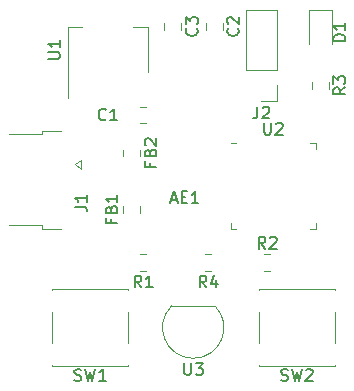
<source format=gbr>
G04 #@! TF.GenerationSoftware,KiCad,Pcbnew,(5.1.5)-3*
G04 #@! TF.CreationDate,2020-02-17T19:47:56+00:00*
G04 #@! TF.ProjectId,Pico-Telemetry,5069636f-2d54-4656-9c65-6d657472792e,rev?*
G04 #@! TF.SameCoordinates,Original*
G04 #@! TF.FileFunction,Legend,Top*
G04 #@! TF.FilePolarity,Positive*
%FSLAX46Y46*%
G04 Gerber Fmt 4.6, Leading zero omitted, Abs format (unit mm)*
G04 Created by KiCad (PCBNEW (5.1.5)-3) date 2020-02-17 19:47:56*
%MOMM*%
%LPD*%
G04 APERTURE LIST*
%ADD10C,0.120000*%
%ADD11C,0.150000*%
G04 APERTURE END LIST*
D10*
X175910000Y-81590000D02*
X174650000Y-81590000D01*
X169090000Y-81590000D02*
X170350000Y-81590000D01*
X175910000Y-85350000D02*
X175910000Y-81590000D01*
X169090000Y-87600000D02*
X169090000Y-81590000D01*
X189635000Y-91390000D02*
X190110000Y-91390000D01*
X190110000Y-91390000D02*
X190110000Y-91865000D01*
X183365000Y-98610000D02*
X182890000Y-98610000D01*
X182890000Y-98610000D02*
X182890000Y-98135000D01*
X189635000Y-98610000D02*
X190110000Y-98610000D01*
X190110000Y-98610000D02*
X190110000Y-98135000D01*
X183365000Y-91390000D02*
X182890000Y-91390000D01*
X181530000Y-105150000D02*
X177930000Y-105150000D01*
X181568478Y-105161522D02*
G75*
G02X179730000Y-109600000I-1838478J-1838478D01*
G01*
X177891522Y-105161522D02*
G75*
G03X179730000Y-109600000I1838478J-1838478D01*
G01*
X175238748Y-88290000D02*
X175761252Y-88290000D01*
X175238748Y-89710000D02*
X175761252Y-89710000D01*
X180790000Y-81238748D02*
X180790000Y-81761252D01*
X182210000Y-81238748D02*
X182210000Y-81761252D01*
X178710000Y-81238748D02*
X178710000Y-81761252D01*
X177290000Y-81238748D02*
X177290000Y-81761252D01*
X191460000Y-83000000D02*
X191460000Y-80140000D01*
X191460000Y-80140000D02*
X189540000Y-80140000D01*
X189540000Y-80140000D02*
X189540000Y-83000000D01*
X175210000Y-97261252D02*
X175210000Y-96738748D01*
X173790000Y-97261252D02*
X173790000Y-96738748D01*
X175210000Y-91940748D02*
X175210000Y-92463252D01*
X173790000Y-91940748D02*
X173790000Y-92463252D01*
X166943000Y-90325000D02*
X168493000Y-90325000D01*
X166943000Y-90325000D02*
X166943000Y-90625000D01*
X164143000Y-90625000D02*
X166943000Y-90625000D01*
X166943000Y-98625000D02*
X168493000Y-98625000D01*
X166943000Y-98325000D02*
X166943000Y-98625000D01*
X164143000Y-98325000D02*
X166943000Y-98325000D01*
X170193000Y-93575000D02*
X169743000Y-93175000D01*
X170193000Y-92775000D02*
X170193000Y-93575000D01*
X169743000Y-93175000D02*
X170193000Y-92775000D01*
X186830000Y-80090000D02*
X184170000Y-80090000D01*
X186830000Y-85230000D02*
X186830000Y-80090000D01*
X184170000Y-85230000D02*
X184170000Y-80090000D01*
X186830000Y-85230000D02*
X184170000Y-85230000D01*
X186830000Y-86500000D02*
X186830000Y-87830000D01*
X186830000Y-87830000D02*
X185500000Y-87830000D01*
X175761252Y-100790000D02*
X175238748Y-100790000D01*
X175761252Y-102210000D02*
X175238748Y-102210000D01*
X185738748Y-100790000D02*
X186261252Y-100790000D01*
X185738748Y-102210000D02*
X186261252Y-102210000D01*
X189790000Y-86238748D02*
X189790000Y-86761252D01*
X191210000Y-86238748D02*
X191210000Y-86761252D01*
X181261252Y-102210000D02*
X180738748Y-102210000D01*
X181261252Y-100790000D02*
X180738748Y-100790000D01*
X167770000Y-110230000D02*
X167770000Y-110200000D01*
X167770000Y-103770000D02*
X167770000Y-103800000D01*
X174230000Y-103770000D02*
X174230000Y-103800000D01*
X174230000Y-110200000D02*
X174230000Y-110230000D01*
X167770000Y-108300000D02*
X167770000Y-105700000D01*
X174230000Y-110230000D02*
X167770000Y-110230000D01*
X174230000Y-108300000D02*
X174230000Y-105700000D01*
X174230000Y-103770000D02*
X167770000Y-103770000D01*
X191730000Y-103770000D02*
X185270000Y-103770000D01*
X191730000Y-108300000D02*
X191730000Y-105700000D01*
X191730000Y-110230000D02*
X185270000Y-110230000D01*
X185270000Y-108300000D02*
X185270000Y-105700000D01*
X191730000Y-110200000D02*
X191730000Y-110230000D01*
X191730000Y-103770000D02*
X191730000Y-103800000D01*
X185270000Y-103770000D02*
X185270000Y-103800000D01*
X185270000Y-110230000D02*
X185270000Y-110200000D01*
D11*
X167452380Y-84261904D02*
X168261904Y-84261904D01*
X168357142Y-84214285D01*
X168404761Y-84166666D01*
X168452380Y-84071428D01*
X168452380Y-83880952D01*
X168404761Y-83785714D01*
X168357142Y-83738095D01*
X168261904Y-83690476D01*
X167452380Y-83690476D01*
X168452380Y-82690476D02*
X168452380Y-83261904D01*
X168452380Y-82976190D02*
X167452380Y-82976190D01*
X167595238Y-83071428D01*
X167690476Y-83166666D01*
X167738095Y-83261904D01*
X185738095Y-89652380D02*
X185738095Y-90461904D01*
X185785714Y-90557142D01*
X185833333Y-90604761D01*
X185928571Y-90652380D01*
X186119047Y-90652380D01*
X186214285Y-90604761D01*
X186261904Y-90557142D01*
X186309523Y-90461904D01*
X186309523Y-89652380D01*
X186738095Y-89747619D02*
X186785714Y-89700000D01*
X186880952Y-89652380D01*
X187119047Y-89652380D01*
X187214285Y-89700000D01*
X187261904Y-89747619D01*
X187309523Y-89842857D01*
X187309523Y-89938095D01*
X187261904Y-90080952D01*
X186690476Y-90652380D01*
X187309523Y-90652380D01*
X178968095Y-110012380D02*
X178968095Y-110821904D01*
X179015714Y-110917142D01*
X179063333Y-110964761D01*
X179158571Y-111012380D01*
X179349047Y-111012380D01*
X179444285Y-110964761D01*
X179491904Y-110917142D01*
X179539523Y-110821904D01*
X179539523Y-110012380D01*
X179920476Y-110012380D02*
X180539523Y-110012380D01*
X180206190Y-110393333D01*
X180349047Y-110393333D01*
X180444285Y-110440952D01*
X180491904Y-110488571D01*
X180539523Y-110583809D01*
X180539523Y-110821904D01*
X180491904Y-110917142D01*
X180444285Y-110964761D01*
X180349047Y-111012380D01*
X180063333Y-111012380D01*
X179968095Y-110964761D01*
X179920476Y-110917142D01*
X177833333Y-96166666D02*
X178309523Y-96166666D01*
X177738095Y-96452380D02*
X178071428Y-95452380D01*
X178404761Y-96452380D01*
X178738095Y-95928571D02*
X179071428Y-95928571D01*
X179214285Y-96452380D02*
X178738095Y-96452380D01*
X178738095Y-95452380D01*
X179214285Y-95452380D01*
X180166666Y-96452380D02*
X179595238Y-96452380D01*
X179880952Y-96452380D02*
X179880952Y-95452380D01*
X179785714Y-95595238D01*
X179690476Y-95690476D01*
X179595238Y-95738095D01*
X172333333Y-89357142D02*
X172285714Y-89404761D01*
X172142857Y-89452380D01*
X172047619Y-89452380D01*
X171904761Y-89404761D01*
X171809523Y-89309523D01*
X171761904Y-89214285D01*
X171714285Y-89023809D01*
X171714285Y-88880952D01*
X171761904Y-88690476D01*
X171809523Y-88595238D01*
X171904761Y-88500000D01*
X172047619Y-88452380D01*
X172142857Y-88452380D01*
X172285714Y-88500000D01*
X172333333Y-88547619D01*
X173285714Y-89452380D02*
X172714285Y-89452380D01*
X173000000Y-89452380D02*
X173000000Y-88452380D01*
X172904761Y-88595238D01*
X172809523Y-88690476D01*
X172714285Y-88738095D01*
X183507142Y-81666666D02*
X183554761Y-81714285D01*
X183602380Y-81857142D01*
X183602380Y-81952380D01*
X183554761Y-82095238D01*
X183459523Y-82190476D01*
X183364285Y-82238095D01*
X183173809Y-82285714D01*
X183030952Y-82285714D01*
X182840476Y-82238095D01*
X182745238Y-82190476D01*
X182650000Y-82095238D01*
X182602380Y-81952380D01*
X182602380Y-81857142D01*
X182650000Y-81714285D01*
X182697619Y-81666666D01*
X182697619Y-81285714D02*
X182650000Y-81238095D01*
X182602380Y-81142857D01*
X182602380Y-80904761D01*
X182650000Y-80809523D01*
X182697619Y-80761904D01*
X182792857Y-80714285D01*
X182888095Y-80714285D01*
X183030952Y-80761904D01*
X183602380Y-81333333D01*
X183602380Y-80714285D01*
X180007142Y-81666666D02*
X180054761Y-81714285D01*
X180102380Y-81857142D01*
X180102380Y-81952380D01*
X180054761Y-82095238D01*
X179959523Y-82190476D01*
X179864285Y-82238095D01*
X179673809Y-82285714D01*
X179530952Y-82285714D01*
X179340476Y-82238095D01*
X179245238Y-82190476D01*
X179150000Y-82095238D01*
X179102380Y-81952380D01*
X179102380Y-81857142D01*
X179150000Y-81714285D01*
X179197619Y-81666666D01*
X179102380Y-81333333D02*
X179102380Y-80714285D01*
X179483333Y-81047619D01*
X179483333Y-80904761D01*
X179530952Y-80809523D01*
X179578571Y-80761904D01*
X179673809Y-80714285D01*
X179911904Y-80714285D01*
X180007142Y-80761904D01*
X180054761Y-80809523D01*
X180102380Y-80904761D01*
X180102380Y-81190476D01*
X180054761Y-81285714D01*
X180007142Y-81333333D01*
X192602380Y-82738095D02*
X191602380Y-82738095D01*
X191602380Y-82500000D01*
X191650000Y-82357142D01*
X191745238Y-82261904D01*
X191840476Y-82214285D01*
X192030952Y-82166666D01*
X192173809Y-82166666D01*
X192364285Y-82214285D01*
X192459523Y-82261904D01*
X192554761Y-82357142D01*
X192602380Y-82500000D01*
X192602380Y-82738095D01*
X192602380Y-81214285D02*
X192602380Y-81785714D01*
X192602380Y-81500000D02*
X191602380Y-81500000D01*
X191745238Y-81595238D01*
X191840476Y-81690476D01*
X191888095Y-81785714D01*
X172778571Y-97833333D02*
X172778571Y-98166666D01*
X173302380Y-98166666D02*
X172302380Y-98166666D01*
X172302380Y-97690476D01*
X172778571Y-96976190D02*
X172826190Y-96833333D01*
X172873809Y-96785714D01*
X172969047Y-96738095D01*
X173111904Y-96738095D01*
X173207142Y-96785714D01*
X173254761Y-96833333D01*
X173302380Y-96928571D01*
X173302380Y-97309523D01*
X172302380Y-97309523D01*
X172302380Y-96976190D01*
X172350000Y-96880952D01*
X172397619Y-96833333D01*
X172492857Y-96785714D01*
X172588095Y-96785714D01*
X172683333Y-96833333D01*
X172730952Y-96880952D01*
X172778571Y-96976190D01*
X172778571Y-97309523D01*
X173302380Y-95785714D02*
X173302380Y-96357142D01*
X173302380Y-96071428D02*
X172302380Y-96071428D01*
X172445238Y-96166666D01*
X172540476Y-96261904D01*
X172588095Y-96357142D01*
X176078571Y-93035333D02*
X176078571Y-93368666D01*
X176602380Y-93368666D02*
X175602380Y-93368666D01*
X175602380Y-92892476D01*
X176078571Y-92178190D02*
X176126190Y-92035333D01*
X176173809Y-91987714D01*
X176269047Y-91940095D01*
X176411904Y-91940095D01*
X176507142Y-91987714D01*
X176554761Y-92035333D01*
X176602380Y-92130571D01*
X176602380Y-92511523D01*
X175602380Y-92511523D01*
X175602380Y-92178190D01*
X175650000Y-92082952D01*
X175697619Y-92035333D01*
X175792857Y-91987714D01*
X175888095Y-91987714D01*
X175983333Y-92035333D01*
X176030952Y-92082952D01*
X176078571Y-92178190D01*
X176078571Y-92511523D01*
X175697619Y-91559142D02*
X175650000Y-91511523D01*
X175602380Y-91416285D01*
X175602380Y-91178190D01*
X175650000Y-91082952D01*
X175697619Y-91035333D01*
X175792857Y-90987714D01*
X175888095Y-90987714D01*
X176030952Y-91035333D01*
X176602380Y-91606761D01*
X176602380Y-90987714D01*
X169695380Y-96758333D02*
X170409666Y-96758333D01*
X170552523Y-96805952D01*
X170647761Y-96901190D01*
X170695380Y-97044047D01*
X170695380Y-97139285D01*
X170695380Y-95758333D02*
X170695380Y-96329761D01*
X170695380Y-96044047D02*
X169695380Y-96044047D01*
X169838238Y-96139285D01*
X169933476Y-96234523D01*
X169981095Y-96329761D01*
X185166666Y-88282380D02*
X185166666Y-88996666D01*
X185119047Y-89139523D01*
X185023809Y-89234761D01*
X184880952Y-89282380D01*
X184785714Y-89282380D01*
X185595238Y-88377619D02*
X185642857Y-88330000D01*
X185738095Y-88282380D01*
X185976190Y-88282380D01*
X186071428Y-88330000D01*
X186119047Y-88377619D01*
X186166666Y-88472857D01*
X186166666Y-88568095D01*
X186119047Y-88710952D01*
X185547619Y-89282380D01*
X186166666Y-89282380D01*
X175333333Y-103602380D02*
X175000000Y-103126190D01*
X174761904Y-103602380D02*
X174761904Y-102602380D01*
X175142857Y-102602380D01*
X175238095Y-102650000D01*
X175285714Y-102697619D01*
X175333333Y-102792857D01*
X175333333Y-102935714D01*
X175285714Y-103030952D01*
X175238095Y-103078571D01*
X175142857Y-103126190D01*
X174761904Y-103126190D01*
X176285714Y-103602380D02*
X175714285Y-103602380D01*
X176000000Y-103602380D02*
X176000000Y-102602380D01*
X175904761Y-102745238D01*
X175809523Y-102840476D01*
X175714285Y-102888095D01*
X185833333Y-100302380D02*
X185500000Y-99826190D01*
X185261904Y-100302380D02*
X185261904Y-99302380D01*
X185642857Y-99302380D01*
X185738095Y-99350000D01*
X185785714Y-99397619D01*
X185833333Y-99492857D01*
X185833333Y-99635714D01*
X185785714Y-99730952D01*
X185738095Y-99778571D01*
X185642857Y-99826190D01*
X185261904Y-99826190D01*
X186214285Y-99397619D02*
X186261904Y-99350000D01*
X186357142Y-99302380D01*
X186595238Y-99302380D01*
X186690476Y-99350000D01*
X186738095Y-99397619D01*
X186785714Y-99492857D01*
X186785714Y-99588095D01*
X186738095Y-99730952D01*
X186166666Y-100302380D01*
X186785714Y-100302380D01*
X192602380Y-86666666D02*
X192126190Y-87000000D01*
X192602380Y-87238095D02*
X191602380Y-87238095D01*
X191602380Y-86857142D01*
X191650000Y-86761904D01*
X191697619Y-86714285D01*
X191792857Y-86666666D01*
X191935714Y-86666666D01*
X192030952Y-86714285D01*
X192078571Y-86761904D01*
X192126190Y-86857142D01*
X192126190Y-87238095D01*
X191602380Y-86333333D02*
X191602380Y-85714285D01*
X191983333Y-86047619D01*
X191983333Y-85904761D01*
X192030952Y-85809523D01*
X192078571Y-85761904D01*
X192173809Y-85714285D01*
X192411904Y-85714285D01*
X192507142Y-85761904D01*
X192554761Y-85809523D01*
X192602380Y-85904761D01*
X192602380Y-86190476D01*
X192554761Y-86285714D01*
X192507142Y-86333333D01*
X180833333Y-103602380D02*
X180500000Y-103126190D01*
X180261904Y-103602380D02*
X180261904Y-102602380D01*
X180642857Y-102602380D01*
X180738095Y-102650000D01*
X180785714Y-102697619D01*
X180833333Y-102792857D01*
X180833333Y-102935714D01*
X180785714Y-103030952D01*
X180738095Y-103078571D01*
X180642857Y-103126190D01*
X180261904Y-103126190D01*
X181690476Y-102935714D02*
X181690476Y-103602380D01*
X181452380Y-102554761D02*
X181214285Y-103269047D01*
X181833333Y-103269047D01*
X169666666Y-111454761D02*
X169809523Y-111502380D01*
X170047619Y-111502380D01*
X170142857Y-111454761D01*
X170190476Y-111407142D01*
X170238095Y-111311904D01*
X170238095Y-111216666D01*
X170190476Y-111121428D01*
X170142857Y-111073809D01*
X170047619Y-111026190D01*
X169857142Y-110978571D01*
X169761904Y-110930952D01*
X169714285Y-110883333D01*
X169666666Y-110788095D01*
X169666666Y-110692857D01*
X169714285Y-110597619D01*
X169761904Y-110550000D01*
X169857142Y-110502380D01*
X170095238Y-110502380D01*
X170238095Y-110550000D01*
X170571428Y-110502380D02*
X170809523Y-111502380D01*
X171000000Y-110788095D01*
X171190476Y-111502380D01*
X171428571Y-110502380D01*
X172333333Y-111502380D02*
X171761904Y-111502380D01*
X172047619Y-111502380D02*
X172047619Y-110502380D01*
X171952380Y-110645238D01*
X171857142Y-110740476D01*
X171761904Y-110788095D01*
X187166666Y-111454761D02*
X187309523Y-111502380D01*
X187547619Y-111502380D01*
X187642857Y-111454761D01*
X187690476Y-111407142D01*
X187738095Y-111311904D01*
X187738095Y-111216666D01*
X187690476Y-111121428D01*
X187642857Y-111073809D01*
X187547619Y-111026190D01*
X187357142Y-110978571D01*
X187261904Y-110930952D01*
X187214285Y-110883333D01*
X187166666Y-110788095D01*
X187166666Y-110692857D01*
X187214285Y-110597619D01*
X187261904Y-110550000D01*
X187357142Y-110502380D01*
X187595238Y-110502380D01*
X187738095Y-110550000D01*
X188071428Y-110502380D02*
X188309523Y-111502380D01*
X188500000Y-110788095D01*
X188690476Y-111502380D01*
X188928571Y-110502380D01*
X189261904Y-110597619D02*
X189309523Y-110550000D01*
X189404761Y-110502380D01*
X189642857Y-110502380D01*
X189738095Y-110550000D01*
X189785714Y-110597619D01*
X189833333Y-110692857D01*
X189833333Y-110788095D01*
X189785714Y-110930952D01*
X189214285Y-111502380D01*
X189833333Y-111502380D01*
M02*

</source>
